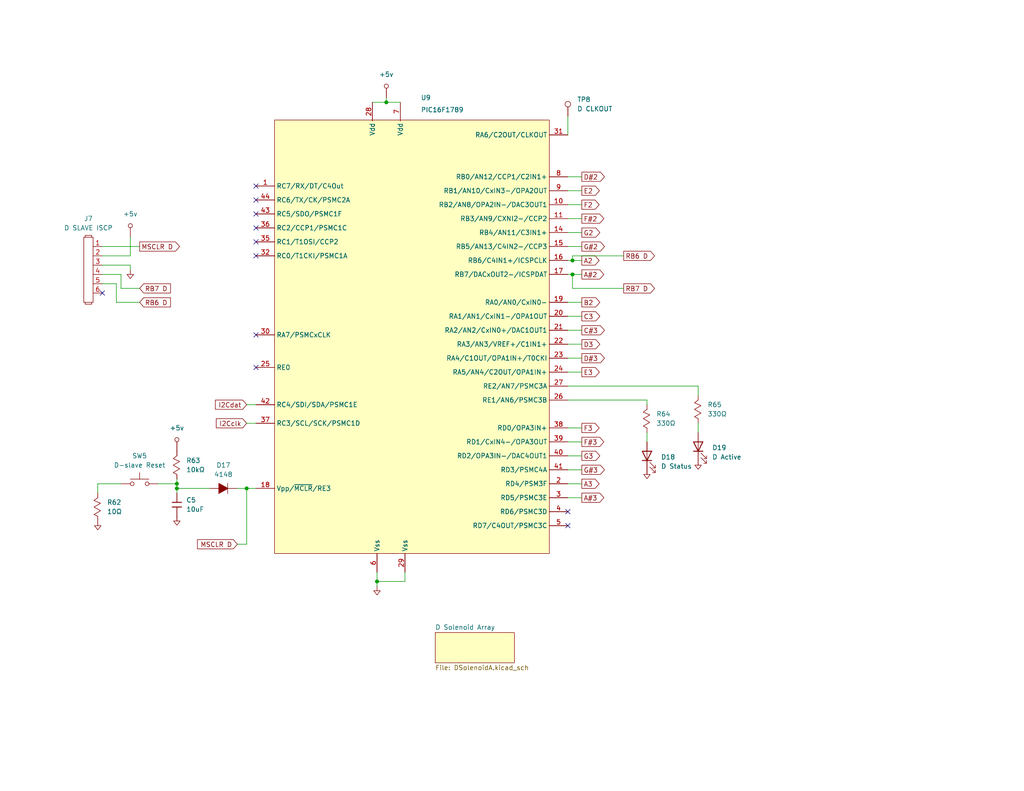
<source format=kicad_sch>
(kicad_sch (version 20231120) (generator "eeschema") (generator_version "8.0")
  (paper "A")
  (lib_symbols
    (symbol "Connector:TestPoint" (pin_numbers hide) (pin_names (offset 0.762) hide)
      (property "Reference" "TP" (at 0 6.858 0))
      (property "Value" "TestPoint" (at 0 5.08 0))
      (symbol "TestPoint_0_1"
        (circle (center 0 3.302) (radius 0.762))
      )
      (symbol "TestPoint_1_1"
        (pin passive line (at 0 0 90) (length 2.54) (name "1") (number "1"))
      )
    )
    (symbol "Custom Power:+5v" (power) (pin_numbers hide) (pin_names hide) (in_bom no) (on_board no)
      (property "Value" "+5v" (at 0 3.81 0))
      (symbol "+5v_0_1"
        (circle (center 0 1.8796) (radius 0.5611))
      )
      (symbol "+5v_1_1"
        (pin power_in line (at 0 -1.27 90) (length 2.54) (name "+5v") (number ""))
      )
    )
    (symbol "Custom Power:GND" (power) (pin_numbers hide) (pin_names hide) (in_bom no) (on_board no)
      (symbol "GND_0_1"
        (polyline (pts (xy -0.889 -1.27) (xy 0.889 -1.27) (xy 0 -2.413) (xy -0.889 -1.27)))
      )
      (symbol "GND_1_1"
        (pin power_in line (at 0 0 270) (length 1.27) (name "GND") (number "~"))
      )
    )
    (symbol "Device:LED" (pin_numbers hide) (pin_names (offset 1.016) hide)
      (property "Reference" "D" (at 0 2.54 0))
      (property "Value" "LED" (at 0 -2.54 0))
      (symbol "LED_0_1"
        (polyline (pts (xy -1.27 -1.27) (xy -1.27 1.27)) (stroke (width 0.254)))
        (polyline (pts (xy -1.27 0) (xy 1.27 0)))
        (polyline (pts (xy 1.27 -1.27) (xy 1.27 1.27) (xy -1.27 0) (xy 1.27 -1.27)) (stroke (width 0.254)))
        (polyline (pts (xy -3.048 -0.762) (xy -4.572 -2.286) (xy -3.81 -2.286) (xy -4.572 -2.286) (xy -4.572 -1.524)))
        (polyline (pts (xy -1.778 -0.762) (xy -3.302 -2.286) (xy -2.54 -2.286) (xy -3.302 -2.286) (xy -3.302 -1.524)))
      )
      (symbol "LED_1_1"
        (pin passive line (at -3.81 0 0) (length 2.54) (name "K") (number "1"))
        (pin passive line (at 3.81 0 180) (length 2.54) (name "A") (number "2"))
      )
    )
    (symbol "Owen's Symbols:Capacitor" (pin_numbers hide) (pin_names hide)
      (property "Reference" "C" (at 2.54 0 0))
      (property "Value" "?" (at 2.54 -2.54 0))
      (symbol "Capacitor_1_1"
        (polyline (pts (xy -1.27 -3.81) (xy 1.27 -3.81)) (stroke (width 0.254)))
        (polyline (pts (xy -1.27 -2.54) (xy 1.27 -2.54)) (stroke (width 0.254)))
        (pin passive line (at 0 0 270) (length 2.54) (name "1") (number "1"))
        (pin passive line (at 0 -6.35 90) (length 2.54) (name "2") (number "2"))
      )
    )
    (symbol "Owen's Symbols:Diode" (pin_numbers hide) (pin_names hide)
      (property "Reference" "D" (at 3.81 -1.27 0))
      (property "Value" "Vz" (at 3.81 -3.81 0))
      (symbol "Diode_0_1"
        (polyline (pts (xy -1.397 -4.953) (xy 1.397 -4.953) (xy 1.397 -4.953)))
      )
      (symbol "Diode_1_1"
        (polyline (pts (xy -1.397 -2.54) (xy 1.397 -2.54) (xy 0 -5.08) (xy -1.397 -2.54)) (fill (type outline)))
        (pin passive line (at 0 -7.62 90) (length 2.54) (name "1") (number "1"))
        (pin passive line (at 0 0 270) (length 2.54) (name "2") (number "2"))
      )
    )
    (symbol "Owen's Symbols:Header_1x6" (pin_names hide)
      (property "Reference" "J" (at -8.89 -3.81 0))
      (property "Value" "?" (at -8.89 -6.35 0))
      (symbol "Header_1x6_0_1"
        (rectangle (start -5.08 2.54) (end -2.54 -15.24))
        (polyline (pts (xy -4.699 -15.24) (xy -4.699 -15.748) (xy -2.921 -15.748) (xy -2.921 -15.24)))
        (polyline (pts (xy -4.699 2.54) (xy -4.699 3.048) (xy -2.921 3.048) (xy -2.921 2.54)))
      )
      (symbol "Header_1x6_1_1"
        (pin passive line (at 0 0 180) (length 2.54) (name "1") (number "1"))
        (pin passive line (at 0 -2.54 180) (length 2.54) (name "2") (number "2"))
        (pin passive line (at 0 -5.08 180) (length 2.54) (name "3") (number "3"))
        (pin passive line (at 0 -7.62 180) (length 2.54) (name "4") (number "4"))
        (pin passive line (at 0 -10.16 180) (length 2.54) (name "5") (number "5"))
        (pin passive line (at 0 -12.7 180) (length 2.54) (name "6") (number "6"))
      )
    )
    (symbol "Owen's Symbols:PIC16F1789_44"
      (property "Reference" "U" (at -37.592 5.334 0))
      (property "Value" "PIC16F1789" (at -31.75 4.826 0))
      (symbol "PIC16F1789_44_1_0"
        (pin bidirectional line (at 45.72 -3.81 180) (length 5.08) (name "RA6/C2OUT/CLKOUT") (number "31"))
      )
      (symbol "PIC16F1789_44_1_1"
        (rectangle (start -34.29 0) (end 40.64 -118.11) (fill (type background)))
        (pin bidirectional line (at 45.72 -76.2 180) (length 5.08) (name "RC7/RX/DT/C4Out") (number "1"))
        (pin bidirectional line (at 45.72 -22.86 180) (length 5.08) (name "RB2/AN8/OPA2IN-/DAC3OUT1") (number "10"))
        (pin bidirectional line (at 45.72 -26.67 180) (length 5.08) (name "RB3/AN9/CXNI2-/CCP2") (number "11"))
        (pin bidirectional line (at 45.72 -30.48 180) (length 5.08) (name "RB4/AN11/C3IN1+") (number "14"))
        (pin bidirectional line (at 45.72 -34.29 180) (length 5.08) (name "RB5/AN13/C4IN2-/CCP3") (number "15"))
        (pin bidirectional line (at 45.72 -38.1 180) (length 5.08) (name "RB6/C4IN1+/ICSPCLK") (number "16"))
        (pin bidirectional line (at 45.72 -41.91 180) (length 5.08) (name "RB7/DACxOUT2-/ICSPDAT") (number "17"))
        (pin bidirectional line (at -39.37 -100.33 0) (length 5.08) (name "Vpp/~{MCLR}/RE3") (number "18"))
        (pin bidirectional line (at -39.37 -15.24 0) (length 5.08) (name "RA0/AN0/CxIN0-") (number "19"))
        (pin bidirectional line (at 45.72 -99.06 180) (length 5.08) (name "RD4/PSM3F") (number "2"))
        (pin bidirectional line (at -39.37 -19.05 0) (length 5.08) (name "RA1/AN1/CxIN1-/OPA1OUT") (number "20"))
        (pin bidirectional line (at -39.37 -22.86 0) (length 5.08) (name "RA2/AN2/CxIN0+/DAC1OUT1") (number "21"))
        (pin bidirectional line (at -39.37 -26.67 0) (length 5.08) (name "RA3/AN3/VREF+/C1IN1+") (number "22"))
        (pin bidirectional line (at -39.37 -30.48 0) (length 5.08) (name "RA4/C1OUT/OPA1IN+/T0CKI") (number "23"))
        (pin bidirectional line (at -39.37 -34.29 0) (length 5.08) (name "RA5/AN4/C2OUT/OPA1IN+") (number "24"))
        (pin bidirectional line (at -39.37 -68.58 0) (length 5.08) (name "RE0") (number "25"))
        (pin bidirectional line (at -39.37 -63.5 0) (length 5.08) (name "RE1/AN6/PSMC3B") (number "26"))
        (pin bidirectional line (at -39.37 -59.69 0) (length 5.08) (name "RE2/AN7/PSMC3A") (number "27"))
        (pin bidirectional line (at -7.62 5.08 270) (length 5.08) (name "Vdd") (number "28"))
        (pin bidirectional line (at 1.27 -123.19 90) (length 5.08) (name "Vss") (number "29"))
        (pin bidirectional line (at 45.72 -102.87 180) (length 5.08) (name "RD5/PSMC3E") (number "3"))
        (pin bidirectional line (at -39.37 -41.91 0) (length 5.08) (name "RA7/PSMCxCLK") (number "30"))
        (pin bidirectional line (at -39.37 -38.1 0) (length 5.08) (name "RA6/C2OUT/CLKOUT") (number "31"))
        (pin bidirectional line (at 45.72 -49.53 180) (length 5.08) (name "RC0/T1CKI/PSMC1A") (number "32"))
        (pin bidirectional line (at 45.72 -53.34 180) (length 5.08) (name "RC1/T1OSI/CCP2") (number "35"))
        (pin bidirectional line (at 45.72 -57.15 180) (length 5.08) (name "RC2/CCP1/PSMC1C") (number "36"))
        (pin bidirectional line (at 45.72 -60.96 180) (length 5.08) (name "RC3/SCL/SCK/PSMC1D") (number "37"))
        (pin bidirectional line (at 45.72 -83.82 180) (length 5.08) (name "RD0/OPA3IN+") (number "38"))
        (pin bidirectional line (at 45.72 -87.63 180) (length 5.08) (name "RD1/CxIN4-/OPA3OUT") (number "39"))
        (pin bidirectional line (at 45.72 -106.68 180) (length 5.08) (name "RD6/PSMC3D") (number "4"))
        (pin bidirectional line (at 45.72 -91.44 180) (length 5.08) (name "RD2/OPA3IN-/DAC4OUT1") (number "40"))
        (pin bidirectional line (at 45.72 -95.25 180) (length 5.08) (name "RD3/PSMC4A") (number "41"))
        (pin bidirectional line (at 45.72 -64.77 180) (length 5.08) (name "RC4/SDI/SDA/PSMC1E") (number "42"))
        (pin bidirectional line (at 45.72 -68.58 180) (length 5.08) (name "RC5/SDO/PSMC1F") (number "43"))
        (pin bidirectional line (at 45.72 -72.39 180) (length 5.08) (name "RC6/TX/CK/PSMC2A") (number "44"))
        (pin bidirectional line (at 45.72 -110.49 180) (length 5.08) (name "RD7/C4OUT/PSMC3C") (number "5"))
        (pin bidirectional line (at -6.35 -123.19 90) (length 5.08) (name "Vss") (number "6"))
        (pin bidirectional line (at 0 5.08 270) (length 5.08) (name "Vdd") (number "7"))
        (pin bidirectional line (at 45.72 -15.24 180) (length 5.08) (name "RB0/AN12/CCP1/C2IN1+") (number "8"))
        (pin bidirectional line (at 45.72 -19.05 180) (length 5.08) (name "RB1/AN10/CxIN3-/OPA2OUT") (number "9"))
      )
      (symbol "PIC16F1789_44_1_2"
        (rectangle (start -34.29 0.254) (end 40.64 -118.11) (fill (type background)))
        (pin bidirectional line (at -39.37 -17.78 0) (length 5.08) (name "RC7/RX/DT/C4Out") (number "1"))
        (pin bidirectional line (at 45.72 -22.86 180) (length 5.08) (name "RB2/AN8/OPA2IN-/DAC3OUT1") (number "10"))
        (pin bidirectional line (at 45.72 -26.67 180) (length 5.08) (name "RB3/AN9/CXNI2-/CCP2") (number "11"))
        (pin bidirectional line (at 45.72 -30.48 180) (length 5.08) (name "RB4/AN11/C3IN1+") (number "14"))
        (pin bidirectional line (at 45.72 -34.29 180) (length 5.08) (name "RB5/AN13/C4IN2-/CCP3") (number "15"))
        (pin bidirectional line (at 45.72 -38.1 180) (length 5.08) (name "RB6/C4IN1+/ICSPCLK") (number "16"))
        (pin bidirectional line (at 45.72 -41.91 180) (length 5.08) (name "RB7/DACxOUT2-/ICSPDAT") (number "17"))
        (pin bidirectional line (at -39.37 -100.33 0) (length 5.08) (name "Vpp/~{MCLR}/RE3") (number "18"))
        (pin bidirectional line (at 45.72 -49.53 180) (length 5.08) (name "RA0/AN0/CxIN0-") (number "19"))
        (pin bidirectional line (at 45.72 -99.06 180) (length 5.08) (name "RD4/PSM3F") (number "2"))
        (pin bidirectional line (at 45.72 -53.34 180) (length 5.08) (name "RA1/AN1/CxIN1-/OPA1OUT") (number "20"))
        (pin bidirectional line (at 45.72 -57.15 180) (length 5.08) (name "RA2/AN2/CxIN0+/DAC1OUT1") (number "21"))
        (pin bidirectional line (at 45.72 -60.96 180) (length 5.08) (name "RA3/AN3/VREF+/C1IN1+") (number "22"))
        (pin bidirectional line (at 45.72 -64.77 180) (length 5.08) (name "RA4/C1OUT/OPA1IN+/T0CKI") (number "23"))
        (pin bidirectional line (at 45.72 -68.58 180) (length 5.08) (name "RA5/AN4/C2OUT/OPA1IN+") (number "24"))
        (pin bidirectional line (at -39.37 -67.31 0) (length 5.08) (name "RE0") (number "25"))
        (pin bidirectional line (at 45.72 -76.2 180) (length 5.08) (name "RE1/AN6/PSMC3B") (number "26"))
        (pin bidirectional line (at 45.72 -72.39 180) (length 5.08) (name "RE2/AN7/PSMC3A") (number "27"))
        (pin bidirectional line (at -7.62 5.08 270) (length 5.08) (name "Vdd") (number "28"))
        (pin bidirectional line (at 1.27 -123.19 90) (length 5.08) (name "Vss") (number "29"))
        (pin bidirectional line (at 45.72 -102.87 180) (length 5.08) (name "RD5/PSMC3E") (number "3"))
        (pin bidirectional line (at -39.37 -58.42 0) (length 5.08) (name "RA7/PSMCxCLK") (number "30"))
        (pin bidirectional line (at -39.37 -36.83 0) (length 5.08) (name "RC0/T1CKI/PSMC1A") (number "32"))
        (pin bidirectional line (at -39.37 -33.02 0) (length 5.08) (name "RC1/T1OSI/CCP2") (number "35"))
        (pin bidirectional line (at -39.37 -29.21 0) (length 5.08) (name "RC2/CCP1/PSMC1C") (number "36"))
        (pin bidirectional line (at -39.37 -82.55 0) (length 5.08) (name "RC3/SCL/SCK/PSMC1D") (number "37"))
        (pin bidirectional line (at 45.72 -83.82 180) (length 5.08) (name "RD0/OPA3IN+") (number "38"))
        (pin bidirectional line (at 45.72 -87.63 180) (length 5.08) (name "RD1/CxIN4-/OPA3OUT") (number "39"))
        (pin bidirectional line (at 45.72 -106.68 180) (length 5.08) (name "RD6/PSMC3D") (number "4"))
        (pin bidirectional line (at 45.72 -91.44 180) (length 5.08) (name "RD2/OPA3IN-/DAC4OUT1") (number "40"))
        (pin bidirectional line (at 45.72 -95.25 180) (length 5.08) (name "RD3/PSMC4A") (number "41"))
        (pin bidirectional line (at -39.37 -77.47 0) (length 5.08) (name "RC4/SDI/SDA/PSMC1E") (number "42"))
        (pin bidirectional line (at -39.37 -25.4 0) (length 5.08) (name "RC5/SDO/PSMC1F") (number "43"))
        (pin bidirectional line (at -39.37 -21.59 0) (length 5.08) (name "RC6/TX/CK/PSMC2A") (number "44"))
        (pin bidirectional line (at 45.72 -110.49 180) (length 5.08) (name "RD7/C4OUT/PSMC3C") (number "5"))
        (pin bidirectional line (at -6.35 -123.19 90) (length 5.08) (name "Vss") (number "6"))
        (pin bidirectional line (at 0 5.08 270) (length 5.08) (name "Vdd") (number "7"))
        (pin bidirectional line (at 45.72 -15.24 180) (length 5.08) (name "RB0/AN12/CCP1/C2IN1+") (number "8"))
        (pin bidirectional line (at 45.72 -19.05 180) (length 5.08) (name "RB1/AN10/CxIN3-/OPA2OUT") (number "9"))
      )
    )
    (symbol "Owen's Symbols:Resistor_Mod" (pin_numbers hide) (pin_names (offset 0) hide)
      (property "Reference" "R" (at 0 4.318 0))
      (property "Value" "ValueΩ" (at 0 2.54 0))
      (symbol "Resistor_Mod_0_1"
        (polyline (pts (xy -2.54 0) (xy -2.032 1.016) (xy -1.016 -0.762) (xy 0 1.016) (xy 1.016 -0.762) (xy 1.778 1.016) (xy 2.54 0)))
      )
      (symbol "Resistor_Mod_1_1"
        (pin passive line (at -3.81 0 0) (length 1.27) (name "1") (number "1"))
        (pin passive line (at 3.81 0 180) (length 1.27) (name "2") (number "2"))
      )
    )
    (symbol "Switch:SW_Push" (pin_numbers hide) (pin_names (offset 1.016) hide)
      (property "Reference" "SW" (at 1.27 2.54 0))
      (property "Value" "SW_Push" (at 0 -1.524 0))
      (symbol "SW_Push_0_1"
        (circle (center -2.032 0) (radius 0.508))
        (polyline (pts (xy 0 1.27) (xy 0 3.048)))
        (polyline (pts (xy 2.54 1.27) (xy -2.54 1.27)))
        (circle (center 2.032 0) (radius 0.508))
        (pin passive line (at -5.08 0 0) (length 2.54) (name "1") (number "1"))
        (pin passive line (at 5.08 0 180) (length 2.54) (name "2") (number "2"))
      )
    )
  )
  (junction (at 48.26 133.35))
  (junction (at 102.87 158.75))
  (junction (at 48.26 132.08))
  (junction (at 105.41 27.94))
  (junction (at 67.31 133.35))
  (junction (at 156.21 74.93))
  (junction (at 156.21 71.12))
  (no_connect (at 69.85 100.33))
  (no_connect (at 69.85 62.23))
  (no_connect (at 27.94 80.01))
  (no_connect (at 69.85 58.42))
  (no_connect (at 69.85 54.61))
  (no_connect (at 69.85 50.8))
  (no_connect (at 154.94 143.51))
  (no_connect (at 69.85 69.85))
  (no_connect (at 154.94 139.7))
  (no_connect (at 69.85 66.04))
  (no_connect (at 69.85 91.44))
  (wire (pts (xy 102.87 158.75) (xy 102.87 160.02)))
  (wire (pts (xy 154.94 105.41) (xy 190.5 105.41)))
  (wire (pts (xy 154.94 116.84) (xy 158.75 116.84)))
  (wire (pts (xy 31.75 82.55) (xy 31.75 77.47)))
  (wire (pts (xy 67.31 110.49) (xy 69.85 110.49)))
  (wire (pts (xy 170.18 69.85) (xy 156.21 69.85)))
  (wire (pts (xy 33.02 74.93) (xy 33.02 78.74)))
  (wire (pts (xy 67.31 133.35) (xy 69.85 133.35)))
  (wire (pts (xy 102.87 158.75) (xy 110.49 158.75)))
  (wire (pts (xy 38.1 82.55) (xy 31.75 82.55)))
  (wire (pts (xy 26.67 134.62) (xy 26.67 132.08)))
  (wire (pts (xy 27.94 67.31) (xy 38.1 67.31)))
  (wire (pts (xy 154.94 71.12) (xy 156.21 71.12)))
  (wire (pts (xy 35.56 69.85) (xy 35.56 64.77)))
  (wire (pts (xy 154.94 101.6) (xy 158.75 101.6)))
  (wire (pts (xy 48.26 133.35) (xy 48.26 134.62)))
  (wire (pts (xy 190.5 105.41) (xy 190.5 107.95)))
  (wire (pts (xy 154.94 135.89) (xy 158.75 135.89)))
  (wire (pts (xy 190.5 115.57) (xy 190.5 118.11)))
  (wire (pts (xy 156.21 78.74) (xy 156.21 74.93)))
  (wire (pts (xy 154.94 93.98) (xy 158.75 93.98)))
  (wire (pts (xy 35.56 72.39) (xy 35.56 73.66)))
  (wire (pts (xy 101.6 27.94) (xy 105.41 27.94)))
  (wire (pts (xy 154.94 59.69) (xy 158.75 59.69)))
  (wire (pts (xy 26.67 132.08) (xy 33.02 132.08)))
  (wire (pts (xy 154.94 86.36) (xy 158.75 86.36)))
  (wire (pts (xy 31.75 77.47) (xy 27.94 77.47)))
  (wire (pts (xy 176.53 118.11) (xy 176.53 120.65)))
  (wire (pts (xy 154.94 90.17) (xy 158.75 90.17)))
  (wire (pts (xy 27.94 69.85) (xy 35.56 69.85)))
  (wire (pts (xy 110.49 156.21) (xy 110.49 158.75)))
  (wire (pts (xy 27.94 72.39) (xy 35.56 72.39)))
  (wire (pts (xy 64.77 133.35) (xy 67.31 133.35)))
  (wire (pts (xy 154.94 124.46) (xy 158.75 124.46)))
  (wire (pts (xy 67.31 148.59) (xy 67.31 133.35)))
  (wire (pts (xy 154.94 97.79) (xy 158.75 97.79)))
  (wire (pts (xy 48.26 132.08) (xy 48.26 130.81)))
  (wire (pts (xy 154.94 55.88) (xy 158.75 55.88)))
  (wire (pts (xy 156.21 71.12) (xy 158.75 71.12)))
  (wire (pts (xy 176.53 110.49) (xy 176.53 109.22)))
  (wire (pts (xy 156.21 69.85) (xy 156.21 71.12)))
  (wire (pts (xy 154.94 82.55) (xy 158.75 82.55)))
  (wire (pts (xy 176.53 109.22) (xy 154.94 109.22)))
  (wire (pts (xy 154.94 63.5) (xy 158.75 63.5)))
  (wire (pts (xy 57.15 133.35) (xy 48.26 133.35)))
  (wire (pts (xy 154.94 48.26) (xy 158.75 48.26)))
  (wire (pts (xy 64.77 148.59) (xy 67.31 148.59)))
  (wire (pts (xy 67.31 115.57) (xy 69.85 115.57)))
  (wire (pts (xy 105.41 27.94) (xy 109.22 27.94)))
  (wire (pts (xy 33.02 78.74) (xy 38.1 78.74)))
  (wire (pts (xy 154.94 52.07) (xy 158.75 52.07)))
  (wire (pts (xy 48.26 133.35) (xy 48.26 132.08)))
  (wire (pts (xy 154.94 128.27) (xy 158.75 128.27)))
  (wire (pts (xy 154.94 132.08) (xy 158.75 132.08)))
  (wire (pts (xy 105.41 26.67) (xy 105.41 27.94)))
  (wire (pts (xy 154.94 31.75) (xy 154.94 36.83)))
  (wire (pts (xy 154.94 74.93) (xy 156.21 74.93)))
  (wire (pts (xy 27.94 74.93) (xy 33.02 74.93)))
  (wire (pts (xy 154.94 120.65) (xy 158.75 120.65)))
  (wire (pts (xy 154.94 67.31) (xy 158.75 67.31)))
  (wire (pts (xy 156.21 74.93) (xy 158.75 74.93)))
  (wire (pts (xy 43.18 132.08) (xy 48.26 132.08)))
  (wire (pts (xy 102.87 156.21) (xy 102.87 158.75)))
  (wire (pts (xy 170.18 78.74) (xy 156.21 78.74)))
  (global_label "RB7 D" (shape output) (at 170.18 78.74 0) (property "Intersheetrefs" "${INTERSHEET_REFS}" (effects (hide yes))))
  (global_label "RB6 D" (shape input) (at 38.1 82.55 0) (property "Intersheetrefs" "${INTERSHEET_REFS}" (effects (hide yes))))
  (global_label "D#3" (shape output) (at 158.75 97.79 0) (property "Intersheetrefs" "${INTERSHEET_REFS}" (effects (hide yes))))
  (global_label "E2" (shape output) (at 158.75 52.07 0) (property "Intersheetrefs" "${INTERSHEET_REFS}" (effects (hide yes))))
  (global_label "C3" (shape output) (at 158.75 86.36 0) (property "Intersheetrefs" "${INTERSHEET_REFS}" (effects (hide yes))))
  (global_label "D#2" (shape output) (at 158.75 48.26 0) (property "Intersheetrefs" "${INTERSHEET_REFS}" (effects (hide yes))))
  (global_label "RB7 D" (shape input) (at 38.1 78.74 0) (property "Intersheetrefs" "${INTERSHEET_REFS}" (effects (hide yes))))
  (global_label "A3" (shape output) (at 158.75 132.08 0) (property "Intersheetrefs" "${INTERSHEET_REFS}" (effects (hide yes))))
  (global_label "G3" (shape output) (at 158.75 124.46 0) (property "Intersheetrefs" "${INTERSHEET_REFS}" (effects (hide yes))))
  (global_label "A2" (shape output) (at 158.75 71.12 0) (property "Intersheetrefs" "${INTERSHEET_REFS}" (effects (hide yes))))
  (global_label "C#3" (shape output) (at 158.75 90.17 0) (property "Intersheetrefs" "${INTERSHEET_REFS}" (effects (hide yes))))
  (global_label "G2" (shape output) (at 158.75 63.5 0) (property "Intersheetrefs" "${INTERSHEET_REFS}" (effects (hide yes))))
  (global_label "I2Cdat" (shape input) (at 67.31 110.49 180) (property "Intersheetrefs" "${INTERSHEET_REFS}" (effects (hide yes))))
  (global_label "F#3" (shape output) (at 158.75 120.65 0) (property "Intersheetrefs" "${INTERSHEET_REFS}" (effects (hide yes))))
  (global_label "G#3" (shape output) (at 158.75 128.27 0) (property "Intersheetrefs" "${INTERSHEET_REFS}" (effects (hide yes))))
  (global_label "D3" (shape output) (at 158.75 93.98 0) (property "Intersheetrefs" "${INTERSHEET_REFS}" (effects (hide yes))))
  (global_label "RB6 D" (shape output) (at 170.18 69.85 0) (property "Intersheetrefs" "${INTERSHEET_REFS}" (effects (hide yes))))
  (global_label "F#2" (shape output) (at 158.75 59.69 0) (property "Intersheetrefs" "${INTERSHEET_REFS}" (effects (hide yes))))
  (global_label "F2" (shape output) (at 158.75 55.88 0) (property "Intersheetrefs" "${INTERSHEET_REFS}" (effects (hide yes))))
  (global_label "B2" (shape output) (at 158.75 82.55 0) (property "Intersheetrefs" "${INTERSHEET_REFS}" (effects (hide yes))))
  (global_label "MSCLR D" (shape input) (at 64.77 148.59 180) (property "Intersheetrefs" "${INTERSHEET_REFS}" (effects (hide yes))))
  (global_label "MSCLR D" (shape output) (at 38.1 67.31 0) (property "Intersheetrefs" "${INTERSHEET_REFS}" (effects (hide yes))))
  (global_label "A#3" (shape output) (at 158.75 135.89 0) (property "Intersheetrefs" "${INTERSHEET_REFS}" (effects (hide yes))))
  (global_label "A#2" (shape output) (at 158.75 74.93 0) (property "Intersheetrefs" "${INTERSHEET_REFS}" (effects (hide yes))))
  (global_label "E3" (shape output) (at 158.75 101.6 0) (property "Intersheetrefs" "${INTERSHEET_REFS}" (effects (hide yes))))
  (global_label "G#2" (shape output) (at 158.75 67.31 0) (property "Intersheetrefs" "${INTERSHEET_REFS}" (effects (hide yes))))
  (global_label "I2Cclk" (shape input) (at 67.31 115.57 180) (property "Intersheetrefs" "${INTERSHEET_REFS}" (effects (hide yes))))
  (global_label "F3" (shape output) (at 158.75 116.84 0) (property "Intersheetrefs" "${INTERSHEET_REFS}" (effects (hide yes))))
  (symbol (lib_id "Connector:TestPoint") (at 154.94 31.75 0) (unit 1)
    (property "Reference" "TP8" (at 157.48 27.1779 0) (effects (justify left)))
    (property "Value" "D CLKOUT" (at 157.48 29.7179 0) (effects (justify left)))
    (property "Description" "test point" (effects (hide yes)))
  )
  (symbol (lib_id "Owen's Symbols:Resistor_Mod") (at 48.26 127 90) (unit 1)
    (property "Reference" "R63" (at 50.8 125.7299 90) (effects (justify right)))
    (property "Value" "10kΩ" (at 50.8 128.2699 90) (effects (justify right)))
    (property "Footprint" "Resistor_SMD:R_0805_2012Metric_Pad1.20x1.40mm_HandSolder" (effects (hide yes)))
  )
  (symbol (lib_id "Owen's Symbols:PIC16F1789_44") (at 109.22 33.02 0) (unit 1) (convert 2)
    (property "Reference" "U9" (at 114.808 26.67 0) (effects (justify left)))
    (property "Value" "PIC16F1789" (at 114.808 29.972 0) (effects (justify left)))
  )
  (symbol (lib_id "Custom Power:GND") (at 190.5 125.73 0) (unit 1) (in_bom no) (on_board no)
    (property "Reference" "#PWR094" (effects (hide yes)))
    (property "Value" "GND" (effects (hide yes)))
  )
  (symbol (lib_id "Custom Power:+5v") (at 105.41 25.4 0) (unit 1) (in_bom no) (on_board no)
    (property "Reference" "#PWR092" (effects (hide yes)))
    (property "Value" "+5v" (at 105.41 20.32 0))
  )
  (symbol (lib_id "Custom Power:+5v") (at 35.56 63.5 0) (unit 1) (in_bom no) (on_board no)
    (property "Reference" "#PWR087" (effects (hide yes)))
    (property "Value" "+5v" (at 35.56 58.42 0))
  )
  (symbol (lib_id "Owen's Symbols:Resistor_Mod") (at 176.53 114.3 90) (unit 1)
    (property "Reference" "R64" (at 179.07 113.0299 90) (effects (justify right)))
    (property "Value" "330Ω" (at 179.07 115.5699 90) (effects (justify right)))
    (property "Footprint" "Resistor_SMD:R_0805_2012Metric_Pad1.20x1.40mm_HandSolder" (effects (hide yes)))
  )
  (symbol (lib_id "Custom Power:GND") (at 102.87 160.02 0) (unit 1) (in_bom no) (on_board no)
    (property "Reference" "#PWR091" (effects (hide yes)))
    (property "Value" "GND" (effects (hide yes)))
  )
  (symbol (lib_id "Switch:SW_Push") (at 38.1 132.08 0) (unit 1)
    (property "Reference" "SW5" (at 38.1 124.46 0))
    (property "Value" "D-slave Reset" (at 38.1 127 0))
    (property "Description" "Push button switch, generic, two pins" (effects (hide yes)))
  )
  (symbol (lib_id "Custom Power:GND") (at 35.56 73.66 0) (unit 1) (in_bom no) (on_board no)
    (property "Reference" "#PWR088" (effects (hide yes)))
    (property "Value" "GND" (effects (hide yes)))
  )
  (symbol (lib_id "Owen's Symbols:Resistor_Mod") (at 190.5 111.76 90) (unit 1)
    (property "Reference" "R65" (at 193.04 110.4899 90) (effects (justify right)))
    (property "Value" "330Ω" (at 193.04 113.0299 90) (effects (justify right)))
    (property "Footprint" "Resistor_SMD:R_0805_2012Metric_Pad1.20x1.40mm_HandSolder" (effects (hide yes)))
  )
  (symbol (lib_id "Owen's Symbols:Resistor_Mod") (at 26.67 138.43 90) (unit 1)
    (property "Reference" "R62" (at 29.21 137.1599 90) (effects (justify right)))
    (property "Value" "10Ω" (at 29.21 139.6999 90) (effects (justify right)))
    (property "Footprint" "Resistor_SMD:R_0805_2012Metric_Pad1.20x1.40mm_HandSolder" (effects (hide yes)))
  )
  (symbol (lib_id "Device:LED") (at 176.53 124.46 90) (unit 1)
    (property "Reference" "D18" (at 180.34 124.7774 90) (effects (justify right)))
    (property "Value" "D Status" (at 180.34 127.3174 90) (effects (justify right)))
    (property "Footprint" "Diode_SMD:D_0805_2012Metric_Pad1.15x1.40mm_HandSolder" (effects (hide yes)))
    (property "Description" "Light emitting diode" (effects (hide yes)))
  )
  (symbol (lib_id "Device:LED") (at 190.5 121.92 90) (unit 1)
    (property "Reference" "D19" (at 194.31 122.2374 90) (effects (justify right)))
    (property "Value" "D Active" (at 194.31 124.7774 90) (effects (justify right)))
    (property "Footprint" "Diode_SMD:D_0805_2012Metric_Pad1.15x1.40mm_HandSolder" (effects (hide yes)))
    (property "Description" "Light emitting diode" (effects (hide yes)))
  )
  (symbol (lib_id "Owen's Symbols:Capacitor") (at 48.26 134.62 0) (unit 1)
    (property "Reference" "C5" (at 50.8 136.5249 0) (effects (justify left)))
    (property "Value" "10uF" (at 50.8 139.0649 0) (effects (justify left)))
    (property "Footprint" "Capacitor_SMD:C_0805_2012Metric_Pad1.18x1.45mm_HandSolder" (effects (hide yes)))
  )
  (symbol (lib_id "Custom Power:GND") (at 48.26 140.97 0) (unit 1) (in_bom no) (on_board no)
    (property "Reference" "#PWR090" (effects (hide yes)))
    (property "Value" "GND" (effects (hide yes)))
  )
  (symbol (lib_id "Owen's Symbols:Diode") (at 57.15 133.35 90) (unit 1)
    (property "Reference" "D17" (at 60.96 127 90))
    (property "Value" "4148" (at 60.96 129.54 90))
    (property "Footprint" "Diode_SMD:D_0805_2012Metric_Pad1.15x1.40mm_HandSolder" (effects (hide yes)))
  )
  (symbol (lib_id "Owen's Symbols:Header_1x6") (at 27.94 67.31 0) (unit 1)
    (property "Reference" "J7" (at 24.13 59.69 0))
    (property "Value" "D SLAVE ISCP" (at 24.13 62.23 0))
    (property "Footprint" "Connector_PinHeader_2.54mm:PinHeader_1x06_P2.54mm_Vertical" (effects (hide yes)))
  )
  (symbol (lib_id "Custom Power:GND") (at 176.53 128.27 0) (unit 1) (in_bom no) (on_board no)
    (property "Reference" "#PWR093" (effects (hide yes)))
    (property "Value" "GND" (effects (hide yes)))
  )
  (symbol (lib_id "Custom Power:+5v") (at 48.26 121.92 0) (unit 1) (in_bom no) (on_board no)
    (property "Reference" "#PWR089" (effects (hide yes)))
    (property "Value" "+5v" (at 48.26 116.84 0))
  )
  (symbol (lib_id "Custom Power:GND") (at 26.67 142.24 0) (unit 1) (in_bom no) (on_board no)
    (property "Reference" "#PWR086" (effects (hide yes)))
    (property "Value" "GND" (effects (hide yes)))
  )
  (sheet (at 118.745 172.72) (size 21.59 8.255) (stroke (width 0.1524)) (fill (color 255 255 194 1.0000))
    (property "Sheetname" "D Solenoid Array" (at 118.745 172.0084 0) (effects (justify left bottom)))
    (property "Sheetfile" "DSolenoidA.kicad_sch" (at 118.745 181.5596 0) (effects (justify left top)))
  )
)
</source>
